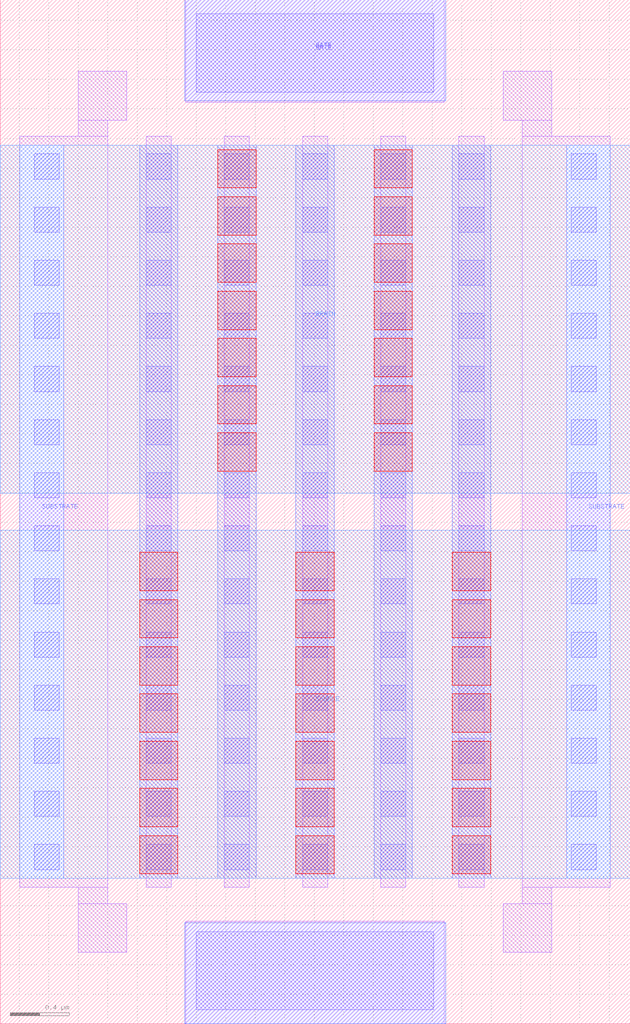
<source format=lef>
# Copyright 2020 The SkyWater PDK Authors
#
# Licensed under the Apache License, Version 2.0 (the "License");
# you may not use this file except in compliance with the License.
# You may obtain a copy of the License at
#
#     https://www.apache.org/licenses/LICENSE-2.0
#
# Unless required by applicable law or agreed to in writing, software
# distributed under the License is distributed on an "AS IS" BASIS,
# WITHOUT WARRANTIES OR CONDITIONS OF ANY KIND, either express or implied.
# See the License for the specific language governing permissions and
# limitations under the License.
#
# SPDX-License-Identifier: Apache-2.0

VERSION 5.7 ;
  NOWIREEXTENSIONATPIN ON ;
  DIVIDERCHAR "/" ;
  BUSBITCHARS "[]" ;
MACRO sky130_fd_pr__rf_nfet_01v8_lvt_bM04W5p00L0p25
  CLASS BLOCK ;
  FOREIGN sky130_fd_pr__rf_nfet_01v8_lvt_bM04W5p00L0p25 ;
  ORIGIN -0.070000  0.000000 ;
  SIZE  4.270000 BY  6.940000 ;
  PIN DRAIN
    ANTENNADIFFAREA  2.828000 ;
    PORT
      LAYER met2 ;
        RECT 0.070000 3.595000 4.340000 5.955000 ;
    END
  END DRAIN
  PIN GATE
    ANTENNAGATEAREA  5.050000 ;
    PORT
      LAYER li1 ;
        RECT 1.330000 0.000000 3.080000 0.695000 ;
        RECT 1.330000 6.245000 3.080000 6.940000 ;
      LAYER mcon ;
        RECT 1.400000 0.095000 3.010000 0.625000 ;
        RECT 1.400000 6.315000 3.010000 6.845000 ;
    END
    PORT
      LAYER met1 ;
        RECT 1.320000 0.000000 3.090000 0.685000 ;
        RECT 1.320000 6.255000 3.090000 6.940000 ;
    END
  END GATE
  PIN SOURCE
    ANTENNADIFFAREA  4.242000 ;
    PORT
      LAYER met2 ;
        RECT 0.070000 0.985000 4.340000 3.345000 ;
    END
  END SOURCE
  PIN SUBSTRATE
    ANTENNADIFFAREA  3.282500 ;
    ANTENNAGATEAREA  0.757500 ;
    PORT
      LAYER met1 ;
        RECT 0.205000 0.985000 0.500000 5.955000 ;
    END
    PORT
      LAYER met1 ;
        RECT 3.910000 0.985000 4.205000 5.955000 ;
    END
  END SUBSTRATE
  OBS
    LAYER li1 ;
      RECT 0.205000 0.925000 0.800000 6.015000 ;
      RECT 0.600000 0.485000 0.930000 0.815000 ;
      RECT 0.600000 0.815000 0.800000 0.925000 ;
      RECT 0.600000 6.015000 0.800000 6.125000 ;
      RECT 0.600000 6.125000 0.930000 6.455000 ;
      RECT 1.060000 0.925000 1.230000 6.015000 ;
      RECT 1.590000 0.925000 1.760000 6.015000 ;
      RECT 2.120000 0.925000 2.290000 6.015000 ;
      RECT 2.650000 0.925000 2.820000 6.015000 ;
      RECT 3.180000 0.925000 3.350000 6.015000 ;
      RECT 3.480000 0.485000 3.810000 0.815000 ;
      RECT 3.480000 6.125000 3.810000 6.455000 ;
      RECT 3.610000 0.815000 3.810000 0.925000 ;
      RECT 3.610000 0.925000 4.205000 6.015000 ;
      RECT 3.610000 6.015000 3.810000 6.125000 ;
    LAYER mcon ;
      RECT 0.300000 1.045000 0.470000 1.215000 ;
      RECT 0.300000 1.405000 0.470000 1.575000 ;
      RECT 0.300000 1.765000 0.470000 1.935000 ;
      RECT 0.300000 2.125000 0.470000 2.295000 ;
      RECT 0.300000 2.485000 0.470000 2.655000 ;
      RECT 0.300000 2.845000 0.470000 3.015000 ;
      RECT 0.300000 3.205000 0.470000 3.375000 ;
      RECT 0.300000 3.565000 0.470000 3.735000 ;
      RECT 0.300000 3.925000 0.470000 4.095000 ;
      RECT 0.300000 4.285000 0.470000 4.455000 ;
      RECT 0.300000 4.645000 0.470000 4.815000 ;
      RECT 0.300000 5.005000 0.470000 5.175000 ;
      RECT 0.300000 5.365000 0.470000 5.535000 ;
      RECT 0.300000 5.725000 0.470000 5.895000 ;
      RECT 1.060000 1.045000 1.230000 1.215000 ;
      RECT 1.060000 1.405000 1.230000 1.575000 ;
      RECT 1.060000 1.765000 1.230000 1.935000 ;
      RECT 1.060000 2.125000 1.230000 2.295000 ;
      RECT 1.060000 2.485000 1.230000 2.655000 ;
      RECT 1.060000 2.845000 1.230000 3.015000 ;
      RECT 1.060000 3.205000 1.230000 3.375000 ;
      RECT 1.060000 3.565000 1.230000 3.735000 ;
      RECT 1.060000 3.925000 1.230000 4.095000 ;
      RECT 1.060000 4.285000 1.230000 4.455000 ;
      RECT 1.060000 4.645000 1.230000 4.815000 ;
      RECT 1.060000 5.005000 1.230000 5.175000 ;
      RECT 1.060000 5.365000 1.230000 5.535000 ;
      RECT 1.060000 5.725000 1.230000 5.895000 ;
      RECT 1.590000 1.045000 1.760000 1.215000 ;
      RECT 1.590000 1.405000 1.760000 1.575000 ;
      RECT 1.590000 1.765000 1.760000 1.935000 ;
      RECT 1.590000 2.125000 1.760000 2.295000 ;
      RECT 1.590000 2.485000 1.760000 2.655000 ;
      RECT 1.590000 2.845000 1.760000 3.015000 ;
      RECT 1.590000 3.205000 1.760000 3.375000 ;
      RECT 1.590000 3.565000 1.760000 3.735000 ;
      RECT 1.590000 3.925000 1.760000 4.095000 ;
      RECT 1.590000 4.285000 1.760000 4.455000 ;
      RECT 1.590000 4.645000 1.760000 4.815000 ;
      RECT 1.590000 5.005000 1.760000 5.175000 ;
      RECT 1.590000 5.365000 1.760000 5.535000 ;
      RECT 1.590000 5.725000 1.760000 5.895000 ;
      RECT 2.120000 1.045000 2.290000 1.215000 ;
      RECT 2.120000 1.405000 2.290000 1.575000 ;
      RECT 2.120000 1.765000 2.290000 1.935000 ;
      RECT 2.120000 2.125000 2.290000 2.295000 ;
      RECT 2.120000 2.485000 2.290000 2.655000 ;
      RECT 2.120000 2.845000 2.290000 3.015000 ;
      RECT 2.120000 3.205000 2.290000 3.375000 ;
      RECT 2.120000 3.565000 2.290000 3.735000 ;
      RECT 2.120000 3.925000 2.290000 4.095000 ;
      RECT 2.120000 4.285000 2.290000 4.455000 ;
      RECT 2.120000 4.645000 2.290000 4.815000 ;
      RECT 2.120000 5.005000 2.290000 5.175000 ;
      RECT 2.120000 5.365000 2.290000 5.535000 ;
      RECT 2.120000 5.725000 2.290000 5.895000 ;
      RECT 2.650000 1.045000 2.820000 1.215000 ;
      RECT 2.650000 1.405000 2.820000 1.575000 ;
      RECT 2.650000 1.765000 2.820000 1.935000 ;
      RECT 2.650000 2.125000 2.820000 2.295000 ;
      RECT 2.650000 2.485000 2.820000 2.655000 ;
      RECT 2.650000 2.845000 2.820000 3.015000 ;
      RECT 2.650000 3.205000 2.820000 3.375000 ;
      RECT 2.650000 3.565000 2.820000 3.735000 ;
      RECT 2.650000 3.925000 2.820000 4.095000 ;
      RECT 2.650000 4.285000 2.820000 4.455000 ;
      RECT 2.650000 4.645000 2.820000 4.815000 ;
      RECT 2.650000 5.005000 2.820000 5.175000 ;
      RECT 2.650000 5.365000 2.820000 5.535000 ;
      RECT 2.650000 5.725000 2.820000 5.895000 ;
      RECT 3.180000 1.045000 3.350000 1.215000 ;
      RECT 3.180000 1.405000 3.350000 1.575000 ;
      RECT 3.180000 1.765000 3.350000 1.935000 ;
      RECT 3.180000 2.125000 3.350000 2.295000 ;
      RECT 3.180000 2.485000 3.350000 2.655000 ;
      RECT 3.180000 2.845000 3.350000 3.015000 ;
      RECT 3.180000 3.205000 3.350000 3.375000 ;
      RECT 3.180000 3.565000 3.350000 3.735000 ;
      RECT 3.180000 3.925000 3.350000 4.095000 ;
      RECT 3.180000 4.285000 3.350000 4.455000 ;
      RECT 3.180000 4.645000 3.350000 4.815000 ;
      RECT 3.180000 5.005000 3.350000 5.175000 ;
      RECT 3.180000 5.365000 3.350000 5.535000 ;
      RECT 3.180000 5.725000 3.350000 5.895000 ;
      RECT 3.940000 1.045000 4.110000 1.215000 ;
      RECT 3.940000 1.405000 4.110000 1.575000 ;
      RECT 3.940000 1.765000 4.110000 1.935000 ;
      RECT 3.940000 2.125000 4.110000 2.295000 ;
      RECT 3.940000 2.485000 4.110000 2.655000 ;
      RECT 3.940000 2.845000 4.110000 3.015000 ;
      RECT 3.940000 3.205000 4.110000 3.375000 ;
      RECT 3.940000 3.565000 4.110000 3.735000 ;
      RECT 3.940000 3.925000 4.110000 4.095000 ;
      RECT 3.940000 4.285000 4.110000 4.455000 ;
      RECT 3.940000 4.645000 4.110000 4.815000 ;
      RECT 3.940000 5.005000 4.110000 5.175000 ;
      RECT 3.940000 5.365000 4.110000 5.535000 ;
      RECT 3.940000 5.725000 4.110000 5.895000 ;
    LAYER met1 ;
      RECT 1.015000 0.985000 1.275000 5.955000 ;
      RECT 1.545000 0.985000 1.805000 5.955000 ;
      RECT 2.075000 0.985000 2.335000 5.955000 ;
      RECT 2.605000 0.985000 2.865000 5.955000 ;
      RECT 3.135000 0.985000 3.395000 5.955000 ;
    LAYER via ;
      RECT 1.015000 1.015000 1.275000 1.275000 ;
      RECT 1.015000 1.335000 1.275000 1.595000 ;
      RECT 1.015000 1.655000 1.275000 1.915000 ;
      RECT 1.015000 1.975000 1.275000 2.235000 ;
      RECT 1.015000 2.295000 1.275000 2.555000 ;
      RECT 1.015000 2.615000 1.275000 2.875000 ;
      RECT 1.015000 2.935000 1.275000 3.195000 ;
      RECT 1.545000 3.745000 1.805000 4.005000 ;
      RECT 1.545000 4.065000 1.805000 4.325000 ;
      RECT 1.545000 4.385000 1.805000 4.645000 ;
      RECT 1.545000 4.705000 1.805000 4.965000 ;
      RECT 1.545000 5.025000 1.805000 5.285000 ;
      RECT 1.545000 5.345000 1.805000 5.605000 ;
      RECT 1.545000 5.665000 1.805000 5.925000 ;
      RECT 2.075000 1.015000 2.335000 1.275000 ;
      RECT 2.075000 1.335000 2.335000 1.595000 ;
      RECT 2.075000 1.655000 2.335000 1.915000 ;
      RECT 2.075000 1.975000 2.335000 2.235000 ;
      RECT 2.075000 2.295000 2.335000 2.555000 ;
      RECT 2.075000 2.615000 2.335000 2.875000 ;
      RECT 2.075000 2.935000 2.335000 3.195000 ;
      RECT 2.605000 3.745000 2.865000 4.005000 ;
      RECT 2.605000 4.065000 2.865000 4.325000 ;
      RECT 2.605000 4.385000 2.865000 4.645000 ;
      RECT 2.605000 4.705000 2.865000 4.965000 ;
      RECT 2.605000 5.025000 2.865000 5.285000 ;
      RECT 2.605000 5.345000 2.865000 5.605000 ;
      RECT 2.605000 5.665000 2.865000 5.925000 ;
      RECT 3.135000 1.015000 3.395000 1.275000 ;
      RECT 3.135000 1.335000 3.395000 1.595000 ;
      RECT 3.135000 1.655000 3.395000 1.915000 ;
      RECT 3.135000 1.975000 3.395000 2.235000 ;
      RECT 3.135000 2.295000 3.395000 2.555000 ;
      RECT 3.135000 2.615000 3.395000 2.875000 ;
      RECT 3.135000 2.935000 3.395000 3.195000 ;
  END
END sky130_fd_pr__rf_nfet_01v8_lvt_bM04W5p00L0p25
END LIBRARY

</source>
